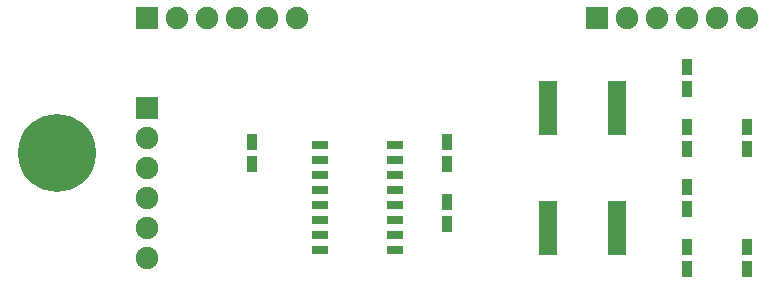
<source format=gts>
G04 #@! TF.FileFunction,Soldermask,Top*
%FSLAX46Y46*%
G04 Gerber Fmt 4.6, Leading zero omitted, Abs format (unit mm)*
G04 Created by KiCad (PCBNEW 4.0.4+e1-6308~48~ubuntu15.10.1-stable) date Tue Feb  7 13:59:00 2017*
%MOMM*%
%LPD*%
G01*
G04 APERTURE LIST*
%ADD10C,0.100000*%
%ADD11R,1.343000X0.708000*%
%ADD12R,0.950000X1.400000*%
%ADD13R,1.900000X1.900000*%
%ADD14O,1.900000X1.900000*%
%ADD15R,1.650000X0.650000*%
%ADD16C,6.600000*%
G04 APERTURE END LIST*
D10*
D11*
X168275000Y-108585000D03*
X168275000Y-111125000D03*
X168275000Y-112395000D03*
X168275000Y-113665000D03*
X168275000Y-114935000D03*
X168275000Y-116205000D03*
X168275000Y-117475000D03*
X161925000Y-117475000D03*
X161925000Y-116205000D03*
X161925000Y-114935000D03*
X161925000Y-113665000D03*
X161925000Y-112395000D03*
X161925000Y-111125000D03*
X161925000Y-109855000D03*
X161925000Y-108585000D03*
X168275000Y-109855000D03*
D12*
X198120000Y-108900000D03*
X198120000Y-107000000D03*
X198120000Y-119060000D03*
X198120000Y-117160000D03*
X193040000Y-107000000D03*
X193040000Y-108900000D03*
X193040000Y-103820000D03*
X193040000Y-101920000D03*
X193040000Y-117160000D03*
X193040000Y-119060000D03*
X193040000Y-113980000D03*
X193040000Y-112080000D03*
X172720000Y-110170000D03*
X172720000Y-108270000D03*
X172720000Y-113350000D03*
X172720000Y-115250000D03*
X156210000Y-108270000D03*
X156210000Y-110170000D03*
D13*
X147320000Y-105410000D03*
D14*
X147320000Y-107950000D03*
X147320000Y-110490000D03*
X147320000Y-113030000D03*
X147320000Y-115570000D03*
X147320000Y-118110000D03*
D13*
X185420000Y-97790000D03*
D14*
X187960000Y-97790000D03*
X190500000Y-97790000D03*
X193040000Y-97790000D03*
X195580000Y-97790000D03*
X198120000Y-97790000D03*
D13*
X147320000Y-97790000D03*
D14*
X149860000Y-97790000D03*
X152400000Y-97790000D03*
X154940000Y-97790000D03*
X157480000Y-97790000D03*
X160020000Y-97790000D03*
D15*
X181200000Y-103460000D03*
X181200000Y-104110000D03*
X181200000Y-104760000D03*
X181200000Y-105410000D03*
X181200000Y-106060000D03*
X181200000Y-106710000D03*
X181200000Y-107360000D03*
X187100000Y-107360000D03*
X187100000Y-106710000D03*
X187100000Y-106060000D03*
X187100000Y-105410000D03*
X187100000Y-104760000D03*
X187100000Y-104110000D03*
X187100000Y-103460000D03*
X181200000Y-113620000D03*
X181200000Y-114270000D03*
X181200000Y-114920000D03*
X181200000Y-115570000D03*
X181200000Y-116220000D03*
X181200000Y-116870000D03*
X181200000Y-117520000D03*
X187100000Y-117520000D03*
X187100000Y-116870000D03*
X187100000Y-116220000D03*
X187100000Y-115570000D03*
X187100000Y-114920000D03*
X187100000Y-114270000D03*
X187100000Y-113620000D03*
D16*
X139700000Y-109220000D03*
M02*

</source>
